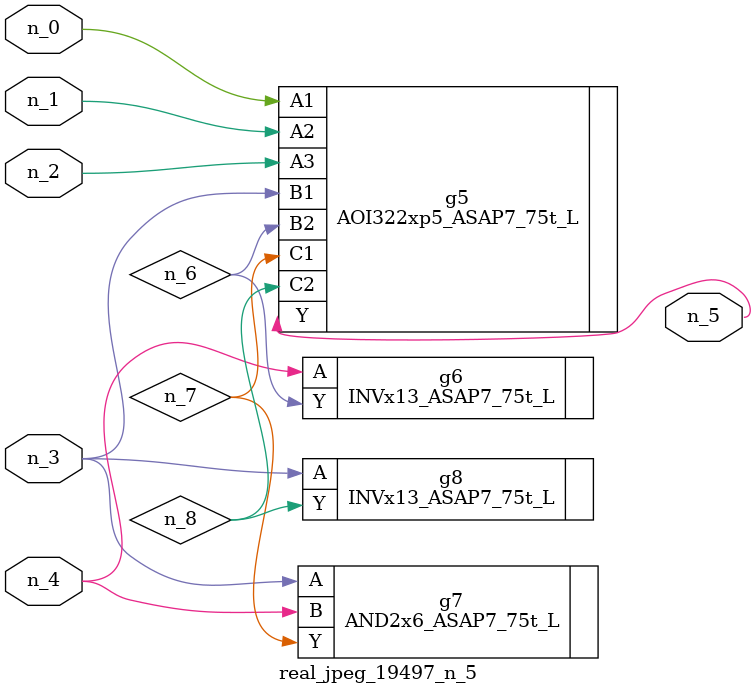
<source format=v>
module real_jpeg_19497_n_5 (n_4, n_0, n_1, n_2, n_3, n_5);

input n_4;
input n_0;
input n_1;
input n_2;
input n_3;

output n_5;

wire n_8;
wire n_6;
wire n_7;

AOI322xp5_ASAP7_75t_L g5 ( 
.A1(n_0),
.A2(n_1),
.A3(n_2),
.B1(n_3),
.B2(n_6),
.C1(n_7),
.C2(n_8),
.Y(n_5)
);

AND2x6_ASAP7_75t_L g7 ( 
.A(n_3),
.B(n_4),
.Y(n_7)
);

INVx13_ASAP7_75t_L g8 ( 
.A(n_3),
.Y(n_8)
);

INVx13_ASAP7_75t_L g6 ( 
.A(n_4),
.Y(n_6)
);


endmodule
</source>
